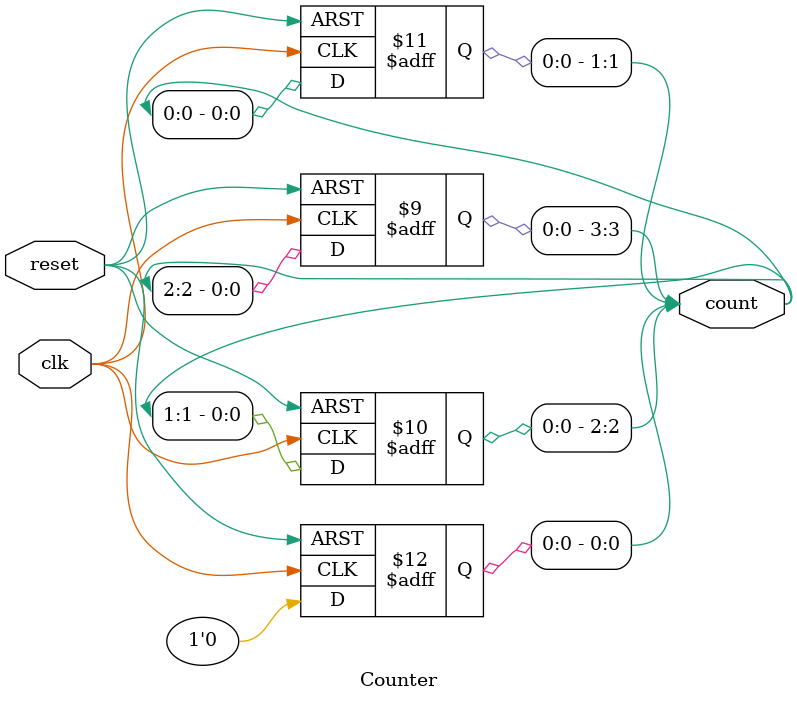
<source format=v>
module Counter #(parameter WIDTH = 4) (input clk, reset, output [WIDTH-1:0] count);
  genvar i;
  generate
    for (i = 0; i < WIDTH; i = i + 1) begin : COUNTER_GEN
      always @(posedge clk or posedge reset) begin
        if (reset)
          count[i] <= 1'b0;
        else
          count[i] <= (count[i - 1] && (i != 0));
      end
    end
  endgenerate
endmodule
//This Verilog code demonstrates the use of a generate block to create a parameterized counter. 
//It generates multiple instances of a single-bit counter, which are then connected to form a counter of width WIDTH. 
//The counter increments on each rising edge of the clock signal (clk) and resets when the reset signal is asserted.

</source>
